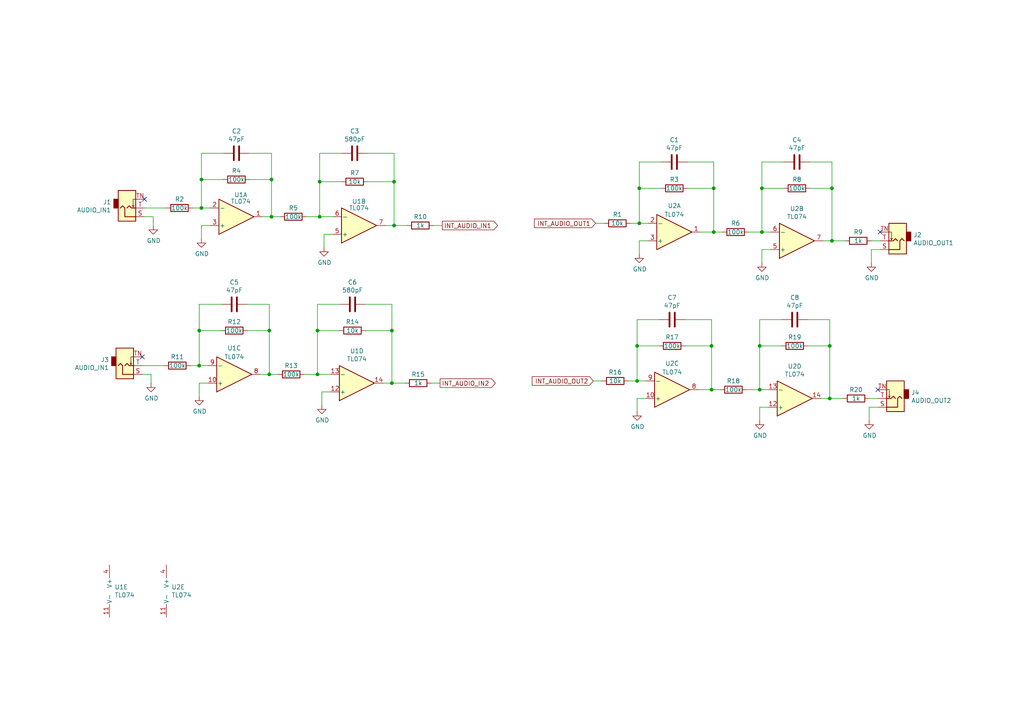
<source format=kicad_sch>
(kicad_sch (version 20211123) (generator eeschema)
  (paper "A4")
  (lib_symbols
    (symbol "Amplifier_Operational:TL074" (pin_names (offset 0.127))
      (property "Reference" "U" (at 0 5.08 0))
      (property "Value" "TL074" (at 0 -5.08 0))
      (symbol "TL074_1_1"
        (polyline (pts (xy -5.08 5.08) (xy 5.08 0) (xy -5.08 -5.08) (xy -5.08 5.08)) (stroke (width 0.254)) (fill (type background)))
        (pin output line (at 7.62 0 180) (length 2.54) (name "~") (number "1"))
        (pin input line (at -7.62 -2.54 0) (length 2.54) (name "-") (number "2"))
        (pin input line (at -7.62 2.54 0) (length 2.54) (name "+") (number "3"))
      )
      (symbol "TL074_2_1"
        (polyline (pts (xy -5.08 5.08) (xy 5.08 0) (xy -5.08 -5.08) (xy -5.08 5.08)) (stroke (width 0.254)) (fill (type background)))
        (pin input line (at -7.62 2.54 0) (length 2.54) (name "+") (number "5"))
        (pin input line (at -7.62 -2.54 0) (length 2.54) (name "-") (number "6"))
        (pin output line (at 7.62 0 180) (length 2.54) (name "~") (number "7"))
      )
      (symbol "TL074_3_1"
        (polyline (pts (xy -5.08 5.08) (xy 5.08 0) (xy -5.08 -5.08) (xy -5.08 5.08)) (stroke (width 0.254)) (fill (type background)))
        (pin input line (at -7.62 2.54 0) (length 2.54) (name "+") (number "10"))
        (pin output line (at 7.62 0 180) (length 2.54) (name "~") (number "8"))
        (pin input line (at -7.62 -2.54 0) (length 2.54) (name "-") (number "9"))
      )
      (symbol "TL074_4_1"
        (polyline (pts (xy -5.08 5.08) (xy 5.08 0) (xy -5.08 -5.08) (xy -5.08 5.08)) (stroke (width 0.254)) (fill (type background)))
        (pin input line (at -7.62 2.54 0) (length 2.54) (name "+") (number "12"))
        (pin input line (at -7.62 -2.54 0) (length 2.54) (name "-") (number "13"))
        (pin output line (at 7.62 0 180) (length 2.54) (name "~") (number "14"))
      )
      (symbol "TL074_5_1"
        (pin power_in line (at -2.54 -7.62 90) (length 3.81) (name "V-") (number "11"))
        (pin power_in line (at -2.54 7.62 270) (length 3.81) (name "V+") (number "4"))
      )
    )
    (symbol "Connector:AudioJack2_SwitchT"
      (property "Reference" "J" (at 0 8.89 0))
      (property "Value" "AudioJack2_SwitchT" (at 0 6.35 0))
      (symbol "AudioJack2_SwitchT_0_1"
        (rectangle (start -2.54 0) (end -3.81 -2.54) (stroke (width 0.254)) (fill (type outline)))
        (polyline (pts (xy 1.778 -0.254) (xy 2.032 -0.762)))
        (polyline (pts (xy 0 0) (xy 0.635 -0.635) (xy 1.27 0) (xy 2.54 0)) (stroke (width 0.254)))
        (polyline (pts (xy 2.54 -2.54) (xy 1.778 -2.54) (xy 1.778 -0.254) (xy 1.524 -0.762)))
        (polyline (pts (xy 2.54 2.54) (xy -0.635 2.54) (xy -0.635 0) (xy -1.27 -0.635) (xy -1.905 0)) (stroke (width 0.254)))
        (rectangle (start 2.54 3.81) (end -2.54 -5.08) (stroke (width 0.254)) (fill (type background)))
      )
      (symbol "AudioJack2_SwitchT_1_1"
        (pin passive line (at 5.08 2.54 180) (length 2.54) (name "~") (number "S"))
        (pin passive line (at 5.08 0 180) (length 2.54) (name "~") (number "T"))
        (pin passive line (at 5.08 -2.54 180) (length 2.54) (name "~") (number "TN"))
      )
    )
    (symbol "Device:C" (pin_numbers hide) (pin_names (offset 0.254))
      (property "Reference" "C" (at 0.635 2.54 0))
      (property "Value" "C" (at 0.635 -2.54 0))
      (symbol "C_0_1"
        (polyline (pts (xy -2.032 -0.762) (xy 2.032 -0.762)) (stroke (width 0.508)))
        (polyline (pts (xy -2.032 0.762) (xy 2.032 0.762)) (stroke (width 0.508)))
      )
      (symbol "C_1_1"
        (pin passive line (at 0 3.81 270) (length 2.794) (name "~") (number "1"))
        (pin passive line (at 0 -3.81 90) (length 2.794) (name "~") (number "2"))
      )
    )
    (symbol "Device:R" (pin_numbers hide) (pin_names (offset 0))
      (property "Reference" "R" (at 2.032 0 90))
      (property "Value" "R" (at 0 0 90))
      (symbol "R_0_1"
        (rectangle (start -1.016 -2.54) (end 1.016 2.54) (stroke (width 0.254)))
      )
      (symbol "R_1_1"
        (pin passive line (at 0 3.81 270) (length 1.27) (name "~") (number "1"))
        (pin passive line (at 0 -3.81 90) (length 1.27) (name "~") (number "2"))
      )
    )
    (symbol "power:GND" (power) (pin_names (offset 0))
      (property "Value" "GND" (at 0 -3.81 0))
      (symbol "GND_0_1"
        (polyline (pts (xy 0 0) (xy 0 -1.27) (xy 1.27 -1.27) (xy 0 -2.54) (xy -1.27 -1.27) (xy 0 -1.27)))
      )
      (symbol "GND_1_1"
        (pin power_in line (at 0 0 270) (length 0) hide (name "GND") (number "1"))
      )
    )
  )
  (junction (at 58.42 52.07))
  (junction (at 220.98 54.61))
  (junction (at 78.74 52.07))
  (junction (at 220.345 100.33))
  (junction (at 113.665 95.885))
  (junction (at 113.665 111.125))
  (junction (at 240.665 115.57))
  (junction (at 78.105 95.885))
  (junction (at 220.345 113.03))
  (junction (at 92.075 108.585))
  (junction (at 184.785 110.49))
  (junction (at 185.42 54.61))
  (junction (at 207.01 54.61))
  (junction (at 58.42 60.325))
  (junction (at 78.74 62.865))
  (junction (at 185.42 64.77))
  (junction (at 240.665 100.33))
  (junction (at 207.01 67.31))
  (junction (at 220.98 67.31))
  (junction (at 92.71 52.705))
  (junction (at 57.785 106.045))
  (junction (at 206.375 100.33))
  (junction (at 114.3 52.705))
  (junction (at 92.075 95.885))
  (junction (at 241.3 69.85))
  (junction (at 206.375 113.03))
  (junction (at 114.3 65.405))
  (junction (at 78.105 108.585))
  (junction (at 184.785 100.33))
  (junction (at 92.71 62.865))
  (junction (at 57.785 95.885))
  (junction (at 241.3 54.61))
  (no_connect (at 41.275 103.505))
  (no_connect (at 255.27 67.31))
  (no_connect (at 254.635 113.03))
  (no_connect (at 41.91 57.785))
  (wire (pts (xy 240.665 92.71) (xy 240.665 100.33)))
  (wire (pts (xy 254.635 118.11) (xy 252.095 118.11)))
  (wire (pts (xy 58.42 60.325) (xy 60.96 60.325)))
  (wire (pts (xy 185.42 64.77) (xy 187.96 64.77)))
  (wire (pts (xy 241.3 69.85) (xy 238.76 69.85)))
  (wire (pts (xy 93.345 113.665) (xy 93.345 117.475)))
  (wire (pts (xy 78.74 62.865) (xy 78.74 52.07)))
  (wire (pts (xy 92.075 95.885) (xy 98.425 95.885)))
  (wire (pts (xy 93.98 67.945) (xy 93.98 71.755)))
  (wire (pts (xy 206.375 113.03) (xy 206.375 100.33)))
  (wire (pts (xy 245.11 69.85) (xy 241.3 69.85)))
  (wire (pts (xy 55.245 106.045) (xy 57.785 106.045)))
  (wire (pts (xy 220.345 113.03) (xy 216.535 113.03)))
  (wire (pts (xy 240.665 100.33) (xy 240.665 115.57)))
  (wire (pts (xy 185.42 69.85) (xy 185.42 73.66)))
  (wire (pts (xy 241.3 54.61) (xy 241.3 69.85)))
  (wire (pts (xy 185.42 54.61) (xy 185.42 64.77)))
  (wire (pts (xy 92.71 62.865) (xy 92.71 52.705)))
  (wire (pts (xy 241.3 46.99) (xy 241.3 54.61)))
  (wire (pts (xy 182.88 64.77) (xy 185.42 64.77)))
  (wire (pts (xy 106.045 88.265) (xy 113.665 88.265)))
  (wire (pts (xy 92.075 88.265) (xy 92.075 95.885)))
  (wire (pts (xy 226.695 92.71) (xy 220.345 92.71)))
  (wire (pts (xy 207.01 67.31) (xy 207.01 54.61)))
  (wire (pts (xy 191.77 46.99) (xy 185.42 46.99)))
  (wire (pts (xy 64.135 95.885) (xy 57.785 95.885)))
  (wire (pts (xy 78.105 95.885) (xy 71.755 95.885)))
  (wire (pts (xy 222.885 113.03) (xy 220.345 113.03)))
  (wire (pts (xy 113.665 88.265) (xy 113.665 95.885)))
  (wire (pts (xy 58.42 52.07) (xy 58.42 60.325)))
  (wire (pts (xy 184.785 100.33) (xy 184.785 110.49)))
  (wire (pts (xy 55.88 60.325) (xy 58.42 60.325)))
  (wire (pts (xy 252.73 69.85) (xy 255.27 69.85)))
  (wire (pts (xy 106.68 44.45) (xy 114.3 44.45)))
  (wire (pts (xy 78.74 52.07) (xy 72.39 52.07)))
  (wire (pts (xy 64.77 52.07) (xy 58.42 52.07)))
  (wire (pts (xy 114.3 44.45) (xy 114.3 52.705)))
  (wire (pts (xy 191.135 92.71) (xy 184.785 92.71)))
  (wire (pts (xy 220.345 92.71) (xy 220.345 100.33)))
  (wire (pts (xy 75.565 108.585) (xy 78.105 108.585)))
  (wire (pts (xy 57.785 111.125) (xy 60.325 111.125)))
  (wire (pts (xy 198.755 92.71) (xy 206.375 92.71)))
  (wire (pts (xy 114.3 65.405) (xy 111.76 65.405)))
  (wire (pts (xy 187.96 69.85) (xy 185.42 69.85)))
  (wire (pts (xy 57.785 114.935) (xy 57.785 111.125)))
  (wire (pts (xy 88.265 108.585) (xy 92.075 108.585)))
  (wire (pts (xy 206.375 113.03) (xy 202.565 113.03)))
  (wire (pts (xy 41.275 108.585) (xy 43.815 108.585)))
  (wire (pts (xy 207.01 54.61) (xy 199.39 54.61)))
  (wire (pts (xy 234.315 100.33) (xy 240.665 100.33)))
  (wire (pts (xy 220.345 118.11) (xy 220.345 121.92)))
  (wire (pts (xy 58.42 69.215) (xy 58.42 65.405)))
  (wire (pts (xy 208.915 113.03) (xy 206.375 113.03)))
  (wire (pts (xy 96.52 67.945) (xy 93.98 67.945)))
  (wire (pts (xy 71.755 88.265) (xy 78.105 88.265)))
  (wire (pts (xy 191.135 100.33) (xy 184.785 100.33)))
  (wire (pts (xy 64.77 44.45) (xy 58.42 44.45)))
  (wire (pts (xy 172.72 64.77) (xy 175.26 64.77)))
  (wire (pts (xy 78.105 108.585) (xy 80.645 108.585)))
  (wire (pts (xy 58.42 44.45) (xy 58.42 52.07)))
  (wire (pts (xy 199.39 46.99) (xy 207.01 46.99)))
  (wire (pts (xy 207.01 67.31) (xy 203.2 67.31)))
  (wire (pts (xy 234.315 92.71) (xy 240.665 92.71)))
  (wire (pts (xy 191.77 54.61) (xy 185.42 54.61)))
  (wire (pts (xy 92.71 62.865) (xy 96.52 62.865)))
  (wire (pts (xy 209.55 67.31) (xy 207.01 67.31)))
  (wire (pts (xy 72.39 44.45) (xy 78.74 44.45)))
  (wire (pts (xy 95.885 113.665) (xy 93.345 113.665)))
  (wire (pts (xy 227.33 46.99) (xy 220.98 46.99)))
  (wire (pts (xy 184.785 115.57) (xy 184.785 119.38)))
  (wire (pts (xy 220.98 72.39) (xy 220.98 76.2)))
  (wire (pts (xy 78.74 44.45) (xy 78.74 52.07)))
  (wire (pts (xy 113.665 95.885) (xy 113.665 111.125)))
  (wire (pts (xy 41.91 60.325) (xy 48.26 60.325)))
  (wire (pts (xy 41.91 62.865) (xy 44.45 62.865)))
  (wire (pts (xy 78.105 108.585) (xy 78.105 95.885)))
  (wire (pts (xy 172.085 110.49) (xy 174.625 110.49)))
  (wire (pts (xy 106.045 95.885) (xy 113.665 95.885)))
  (wire (pts (xy 220.98 67.31) (xy 217.17 67.31)))
  (wire (pts (xy 252.73 72.39) (xy 252.73 76.2)))
  (wire (pts (xy 41.275 106.045) (xy 47.625 106.045)))
  (wire (pts (xy 255.27 72.39) (xy 252.73 72.39)))
  (wire (pts (xy 117.475 111.125) (xy 113.665 111.125)))
  (wire (pts (xy 127.635 111.125) (xy 125.095 111.125)))
  (wire (pts (xy 113.665 111.125) (xy 111.125 111.125)))
  (wire (pts (xy 92.71 52.705) (xy 99.06 52.705)))
  (wire (pts (xy 187.325 115.57) (xy 184.785 115.57)))
  (wire (pts (xy 128.27 65.405) (xy 125.73 65.405)))
  (wire (pts (xy 184.785 110.49) (xy 187.325 110.49)))
  (wire (pts (xy 220.98 46.99) (xy 220.98 54.61)))
  (wire (pts (xy 234.95 46.99) (xy 241.3 46.99)))
  (wire (pts (xy 43.815 108.585) (xy 43.815 111.125)))
  (wire (pts (xy 44.45 62.865) (xy 44.45 65.405)))
  (wire (pts (xy 220.345 100.33) (xy 226.695 100.33)))
  (wire (pts (xy 98.425 88.265) (xy 92.075 88.265)))
  (wire (pts (xy 252.095 115.57) (xy 254.635 115.57)))
  (wire (pts (xy 78.105 88.265) (xy 78.105 95.885)))
  (wire (pts (xy 106.68 52.705) (xy 114.3 52.705)))
  (wire (pts (xy 252.095 118.11) (xy 252.095 121.92)))
  (wire (pts (xy 206.375 92.71) (xy 206.375 100.33)))
  (wire (pts (xy 206.375 100.33) (xy 198.755 100.33)))
  (wire (pts (xy 220.98 67.31) (xy 220.98 54.61)))
  (wire (pts (xy 223.52 72.39) (xy 220.98 72.39)))
  (wire (pts (xy 220.98 54.61) (xy 227.33 54.61)))
  (wire (pts (xy 88.9 62.865) (xy 92.71 62.865)))
  (wire (pts (xy 57.785 88.265) (xy 57.785 95.885)))
  (wire (pts (xy 184.785 92.71) (xy 184.785 100.33)))
  (wire (pts (xy 118.11 65.405) (xy 114.3 65.405)))
  (wire (pts (xy 223.52 67.31) (xy 220.98 67.31)))
  (wire (pts (xy 92.71 44.45) (xy 92.71 52.705)))
  (wire (pts (xy 57.785 106.045) (xy 60.325 106.045)))
  (wire (pts (xy 220.345 113.03) (xy 220.345 100.33)))
  (wire (pts (xy 207.01 46.99) (xy 207.01 54.61)))
  (wire (pts (xy 240.665 115.57) (xy 238.125 115.57)))
  (wire (pts (xy 76.2 62.865) (xy 78.74 62.865)))
  (wire (pts (xy 244.475 115.57) (xy 240.665 115.57)))
  (wire (pts (xy 114.3 52.705) (xy 114.3 65.405)))
  (wire (pts (xy 234.95 54.61) (xy 241.3 54.61)))
  (wire (pts (xy 222.885 118.11) (xy 220.345 118.11)))
  (wire (pts (xy 92.075 108.585) (xy 92.075 95.885)))
  (wire (pts (xy 92.075 108.585) (xy 95.885 108.585)))
  (wire (pts (xy 99.06 44.45) (xy 92.71 44.45)))
  (wire (pts (xy 182.245 110.49) (xy 184.785 110.49)))
  (wire (pts (xy 185.42 46.99) (xy 185.42 54.61)))
  (wire (pts (xy 58.42 65.405) (xy 60.96 65.405)))
  (wire (pts (xy 78.74 62.865) (xy 81.28 62.865)))
  (wire (pts (xy 64.135 88.265) (xy 57.785 88.265)))
  (wire (pts (xy 57.785 95.885) (xy 57.785 106.045)))
  (global_label "INT_AUDIO_IN1" (shape output) (at 128.27 65.405 0) (property "Intersheet References" "${INTERSHEET_REFS}" (effects hide)))
  (global_label "INT_AUDIO_IN2" (shape output) (at 127.635 111.125 0) (property "Intersheet References" "${INTERSHEET_REFS}" (effects hide)))
  (global_label "INT_AUDIO_OUT2" (shape input) (at 172.085 110.49 180) (property "Intersheet References" "${INTERSHEET_REFS}" (effects hide)))
  (global_label "INT_AUDIO_OUT1" (shape input) (at 172.72 64.77 180) (property "Intersheet References" "${INTERSHEET_REFS}" (effects hide)))
  (symbol (lib_id "Amplifier_Operational:TL074") (at 68.58 62.865 0) (mirror x) (unit 1)
    (property "Reference" "U1" (at 69.85 56.515 0))
    (property "Value" "TL074" (at 69.85 58.42 0))
    (property "Datasheet" "http://www.ti.com/lit/ds/symlink/tl071.pdf" (effects hide))
  )
  (symbol (lib_id "Amplifier_Operational:TL074") (at 104.14 65.405 0) (mirror x) (unit 2)
    (property "Reference" "U1" (at 104.14 58.42 0))
    (property "Value" "TL074" (at 104.14 60.325 0))
    (property "Datasheet" "http://www.ti.com/lit/ds/symlink/tl071.pdf" (effects hide))
  )
  (symbol (lib_id "Amplifier_Operational:TL074") (at 67.945 108.585 0) (mirror x) (unit 3)
    (property "Reference" "U1" (at 67.945 100.965 0))
    (property "Value" "TL074" (at 67.945 103.505 0))
    (property "Datasheet" "http://www.ti.com/lit/ds/symlink/tl071.pdf" (effects hide))
  )
  (symbol (lib_id "Amplifier_Operational:TL074") (at 103.505 111.125 0) (mirror x) (unit 4)
    (property "Reference" "U1" (at 103.505 101.8032 0))
    (property "Value" "TL074" (at 103.505 104.1146 0))
    (property "Datasheet" "http://www.ti.com/lit/ds/symlink/tl071.pdf" (effects hide))
  )
  (symbol (lib_id "Amplifier_Operational:TL074") (at 34.29 171.45 0) (unit 5)
    (property "Reference" "U1" (at 33.2232 170.2816 0) (effects (justify left)))
    (property "Value" "TL074" (at 33.2232 172.593 0) (effects (justify left)))
    (property "Datasheet" "http://www.ti.com/lit/ds/symlink/tl071.pdf" (effects hide))
  )
  (symbol (lib_id "Device:R") (at 68.58 52.07 270) (unit 1)
    (property "Reference" "R4" (at 68.58 49.53 90))
    (property "Value" "100k" (at 68.58 52.07 90))
  )
  (symbol (lib_id "Device:R") (at 52.07 60.325 270) (unit 1)
    (property "Reference" "R2" (at 52.07 57.785 90))
    (property "Value" "100k" (at 52.07 60.325 90))
  )
  (symbol (lib_id "Device:R") (at 85.09 62.865 270) (unit 1)
    (property "Reference" "R5" (at 85.09 60.325 90))
    (property "Value" "100k" (at 85.09 62.865 90))
  )
  (symbol (lib_id "Device:R") (at 102.87 52.705 270) (unit 1)
    (property "Reference" "R7" (at 102.87 50.165 90))
    (property "Value" "10k" (at 102.87 52.705 90))
  )
  (symbol (lib_id "Device:R") (at 121.92 65.405 270) (unit 1)
    (property "Reference" "R10" (at 121.92 62.865 90))
    (property "Value" "1k" (at 121.92 65.405 90))
  )
  (symbol (lib_id "Device:C") (at 68.58 44.45 270) (unit 1)
    (property "Reference" "C2" (at 68.58 38.0492 90))
    (property "Value" "47pF" (at 68.58 40.3606 90))
  )
  (symbol (lib_id "Device:C") (at 102.87 44.45 270) (unit 1)
    (property "Reference" "C3" (at 102.87 38.0492 90))
    (property "Value" "580pF" (at 102.87 40.3606 90))
  )
  (symbol (lib_id "Connector:AudioJack2_SwitchT") (at 36.83 60.325 0) (mirror x) (unit 1)
    (property "Reference" "J1" (at 32.258 58.6232 0) (effects (justify right)))
    (property "Value" "AUDIO_IN1" (at 32.258 60.9346 0) (effects (justify right)))
  )
  (symbol (lib_id "power:GND") (at 58.42 69.215 0) (unit 1)
    (property "Reference" "#PWR03" (effects hide))
    (property "Value" "GND" (at 58.547 73.6092 0))
  )
  (symbol (lib_id "power:GND") (at 44.45 65.405 0) (unit 1)
    (property "Reference" "#PWR01" (effects hide))
    (property "Value" "GND" (at 44.577 69.7992 0))
  )
  (symbol (lib_id "power:GND") (at 93.98 71.755 0) (unit 1)
    (property "Reference" "#PWR05" (effects hide))
    (property "Value" "GND" (at 94.107 76.1492 0))
  )
  (symbol (lib_id "Device:R") (at 179.07 64.77 270) (unit 1)
    (property "Reference" "R1" (at 179.07 62.23 90))
    (property "Value" "10k" (at 179.07 64.77 90))
  )
  (symbol (lib_id "Device:R") (at 195.58 54.61 270) (unit 1)
    (property "Reference" "R3" (at 195.58 52.07 90))
    (property "Value" "100k" (at 195.58 54.61 90))
  )
  (symbol (lib_id "Device:R") (at 231.14 54.61 270) (unit 1)
    (property "Reference" "R8" (at 231.14 52.07 90))
    (property "Value" "100k" (at 231.14 54.61 90))
  )
  (symbol (lib_id "Device:R") (at 213.36 67.31 270) (unit 1)
    (property "Reference" "R6" (at 213.36 64.77 90))
    (property "Value" "100k" (at 213.36 67.31 90))
  )
  (symbol (lib_id "Device:C") (at 195.58 46.99 270) (unit 1)
    (property "Reference" "C1" (at 195.58 40.5892 90))
    (property "Value" "47pF" (at 195.58 42.9006 90))
  )
  (symbol (lib_id "Device:C") (at 231.14 46.99 270) (unit 1)
    (property "Reference" "C4" (at 231.14 40.5892 90))
    (property "Value" "47pF" (at 231.14 42.9006 90))
  )
  (symbol (lib_id "power:GND") (at 185.42 73.66 0) (unit 1)
    (property "Reference" "#PWR02" (effects hide))
    (property "Value" "GND" (at 185.547 78.0542 0))
  )
  (symbol (lib_id "power:GND") (at 220.98 76.2 0) (unit 1)
    (property "Reference" "#PWR04" (effects hide))
    (property "Value" "GND" (at 221.107 80.5942 0))
  )
  (symbol (lib_id "Connector:AudioJack2_SwitchT") (at 260.35 69.85 180) (unit 1)
    (property "Reference" "J2" (at 264.922 68.1482 0) (effects (justify right)))
    (property "Value" "AUDIO_OUT1" (at 264.922 70.4596 0) (effects (justify right)))
  )
  (symbol (lib_id "Device:R") (at 248.92 69.85 270) (unit 1)
    (property "Reference" "R9" (at 248.92 67.31 90))
    (property "Value" "1k" (at 248.92 69.85 90))
  )
  (symbol (lib_id "power:GND") (at 252.73 76.2 0) (unit 1)
    (property "Reference" "#PWR06" (effects hide))
    (property "Value" "GND" (at 252.857 80.5942 0))
  )
  (symbol (lib_id "power:GND") (at 43.815 111.125 0) (unit 1)
    (property "Reference" "#PWR07" (effects hide))
    (property "Value" "GND" (at 43.942 115.5192 0))
  )
  (symbol (lib_id "power:GND") (at 252.095 121.92 0) (unit 1)
    (property "Reference" "#PWR012" (effects hide))
    (property "Value" "GND" (at 252.222 126.3142 0))
  )
  (symbol (lib_id "Device:R") (at 248.285 115.57 270) (unit 1)
    (property "Reference" "R20" (at 248.285 113.03 90))
    (property "Value" "1k" (at 248.285 115.57 90))
  )
  (symbol (lib_id "power:GND") (at 93.345 117.475 0) (unit 1)
    (property "Reference" "#PWR09" (effects hide))
    (property "Value" "GND" (at 93.472 121.8692 0))
  )
  (symbol (lib_id "Amplifier_Operational:TL074") (at 195.58 67.31 0) (mirror x) (unit 1)
    (property "Reference" "U2" (at 195.58 59.69 0))
    (property "Value" "TL074" (at 195.58 62.23 0))
    (property "Datasheet" "http://www.ti.com/lit/ds/symlink/tl071.pdf" (effects hide))
  )
  (symbol (lib_id "power:GND") (at 184.785 119.38 0) (unit 1)
    (property "Reference" "#PWR010" (effects hide))
    (property "Value" "GND" (at 184.912 123.7742 0))
  )
  (symbol (lib_id "Device:R") (at 84.455 108.585 270) (unit 1)
    (property "Reference" "R13" (at 84.455 106.045 90))
    (property "Value" "100k" (at 84.455 108.585 90))
  )
  (symbol (lib_id "Connector:AudioJack2_SwitchT") (at 36.195 106.045 0) (mirror x) (unit 1)
    (property "Reference" "J3" (at 31.623 104.3432 0) (effects (justify right)))
    (property "Value" "AUDIO_IN1" (at 31.623 106.6546 0) (effects (justify right)))
  )
  (symbol (lib_id "Device:R") (at 212.725 113.03 270) (unit 1)
    (property "Reference" "R18" (at 212.725 110.49 90))
    (property "Value" "100k" (at 212.725 113.03 90))
  )
  (symbol (lib_id "Device:C") (at 67.945 88.265 270) (unit 1)
    (property "Reference" "C5" (at 67.945 81.8642 90))
    (property "Value" "47pF" (at 67.945 84.1756 90))
  )
  (symbol (lib_id "Device:R") (at 67.945 95.885 270) (unit 1)
    (property "Reference" "R12" (at 67.945 93.345 90))
    (property "Value" "100k" (at 67.945 95.885 90))
  )
  (symbol (lib_id "Amplifier_Operational:TL074") (at 50.8 171.45 0) (unit 5)
    (property "Reference" "U2" (at 49.7332 170.2816 0) (effects (justify left)))
    (property "Value" "TL074" (at 49.7332 172.593 0) (effects (justify left)))
    (property "Datasheet" "http://www.ti.com/lit/ds/symlink/tl071.pdf" (effects hide))
  )
  (symbol (lib_id "Amplifier_Operational:TL074") (at 231.14 69.85 0) (mirror x) (unit 2)
    (property "Reference" "U2" (at 231.14 60.5282 0))
    (property "Value" "TL074" (at 231.14 62.8396 0))
    (property "Datasheet" "http://www.ti.com/lit/ds/symlink/tl071.pdf" (effects hide))
  )
  (symbol (lib_id "Device:R") (at 194.945 100.33 270) (unit 1)
    (property "Reference" "R17" (at 194.945 97.79 90))
    (property "Value" "100k" (at 194.945 100.33 90))
  )
  (symbol (lib_id "Device:C") (at 194.945 92.71 270) (unit 1)
    (property "Reference" "C7" (at 194.945 86.3092 90))
    (property "Value" "47pF" (at 194.945 88.6206 90))
  )
  (symbol (lib_id "Device:R") (at 51.435 106.045 270) (unit 1)
    (property "Reference" "R11" (at 51.435 103.505 90))
    (property "Value" "100k" (at 51.435 106.045 90))
  )
  (symbol (lib_id "power:GND") (at 57.785 114.935 0) (unit 1)
    (property "Reference" "#PWR08" (effects hide))
    (property "Value" "GND" (at 57.912 119.3292 0))
  )
  (symbol (lib_id "Amplifier_Operational:TL074") (at 230.505 115.57 0) (mirror x) (unit 4)
    (property "Reference" "U2" (at 230.505 106.2482 0))
    (property "Value" "TL074" (at 230.505 108.5596 0))
    (property "Datasheet" "http://www.ti.com/lit/ds/symlink/tl071.pdf" (effects hide))
  )
  (symbol (lib_id "Connector:AudioJack2_SwitchT") (at 259.715 115.57 180) (unit 1)
    (property "Reference" "J4" (at 264.287 113.8682 0) (effects (justify right)))
    (property "Value" "AUDIO_OUT2" (at 264.287 116.1796 0) (effects (justify right)))
  )
  (symbol (lib_id "Device:R") (at 121.285 111.125 270) (unit 1)
    (property "Reference" "R15" (at 121.285 108.585 90))
    (property "Value" "1k" (at 121.285 111.125 90))
  )
  (symbol (lib_id "Device:C") (at 102.235 88.265 270) (unit 1)
    (property "Reference" "C6" (at 102.235 81.8642 90))
    (property "Value" "580pF" (at 102.235 84.1756 90))
  )
  (symbol (lib_id "Device:R") (at 178.435 110.49 270) (unit 1)
    (property "Reference" "R16" (at 178.435 107.95 90))
    (property "Value" "10k" (at 178.435 110.49 90))
  )
  (symbol (lib_id "Amplifier_Operational:TL074") (at 194.945 113.03 0) (mirror x) (unit 3)
    (property "Reference" "U2" (at 194.945 105.41 0))
    (property "Value" "TL074" (at 194.945 107.95 0))
    (property "Datasheet" "http://www.ti.com/lit/ds/symlink/tl071.pdf" (effects hide))
  )
  (symbol (lib_id "power:GND") (at 220.345 121.92 0) (unit 1)
    (property "Reference" "#PWR011" (effects hide))
    (property "Value" "GND" (at 220.472 126.3142 0))
  )
  (symbol (lib_id "Device:R") (at 230.505 100.33 270) (unit 1)
    (property "Reference" "R19" (at 230.505 97.79 90))
    (property "Value" "100k" (at 230.505 100.33 90))
  )
  (symbol (lib_id "Device:C") (at 230.505 92.71 270) (unit 1)
    (property "Reference" "C8" (at 230.505 86.3092 90))
    (property "Value" "47pF" (at 230.505 88.6206 90))
  )
  (symbol (lib_id "Device:R") (at 102.235 95.885 270) (unit 1)
    (property "Reference" "R14" (at 102.235 93.345 90))
    (property "Value" "10k" (at 102.235 95.885 90))
  )
)
</source>
